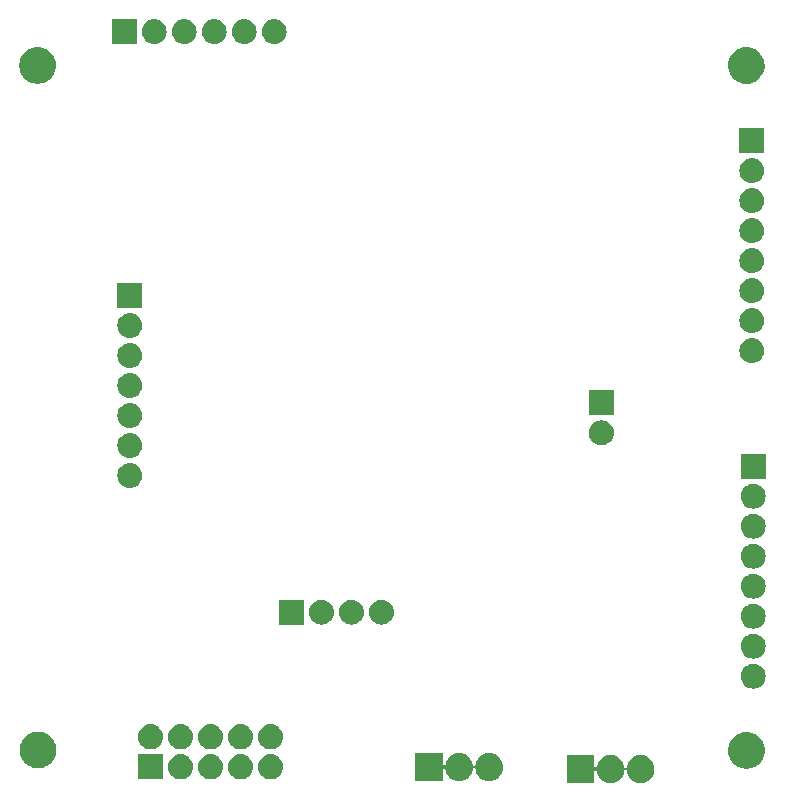
<source format=gbs>
G04 #@! TF.GenerationSoftware,KiCad,Pcbnew,5.0.2-bee76a0~70~ubuntu18.10.1*
G04 #@! TF.CreationDate,2019-07-02T09:20:29-04:00*
G04 #@! TF.ProjectId,Bonaire,426f6e61-6972-4652-9e6b-696361645f70,rev?*
G04 #@! TF.SameCoordinates,Original*
G04 #@! TF.FileFunction,Soldermask,Bot*
G04 #@! TF.FilePolarity,Negative*
%FSLAX46Y46*%
G04 Gerber Fmt 4.6, Leading zero omitted, Abs format (unit mm)*
G04 Created by KiCad (PCBNEW 5.0.2-bee76a0~70~ubuntu18.10.1) date Tue 02 Jul 2019 09:20:29 AM EDT*
%MOMM*%
%LPD*%
G01*
G04 APERTURE LIST*
%ADD10C,0.100000*%
G04 APERTURE END LIST*
D10*
G36*
X177060928Y-130373676D02*
X177169552Y-130406627D01*
X177278176Y-130439577D01*
X177363846Y-130485369D01*
X177478392Y-130546595D01*
X177536889Y-130594602D01*
X177653887Y-130690619D01*
X177797904Y-130866105D01*
X177904923Y-131066323D01*
X177926009Y-131135836D01*
X177970824Y-131283571D01*
X177973879Y-131314592D01*
X177987500Y-131452884D01*
X177987500Y-131661115D01*
X177982969Y-131707117D01*
X177970824Y-131830428D01*
X177937873Y-131939052D01*
X177904923Y-132047676D01*
X177861070Y-132129718D01*
X177797905Y-132247892D01*
X177785809Y-132262631D01*
X177653881Y-132423387D01*
X177478395Y-132567404D01*
X177278177Y-132674423D01*
X177169552Y-132707374D01*
X177060929Y-132740324D01*
X176835000Y-132762576D01*
X176609072Y-132740324D01*
X176500448Y-132707373D01*
X176391824Y-132674423D01*
X176191606Y-132567404D01*
X176016117Y-132423384D01*
X175884190Y-132262631D01*
X175872095Y-132247893D01*
X175774280Y-132064894D01*
X175765077Y-132047677D01*
X175709565Y-131864676D01*
X175699176Y-131830429D01*
X175689398Y-131731151D01*
X175684617Y-131707117D01*
X175675240Y-131684478D01*
X175661626Y-131664104D01*
X175644299Y-131646777D01*
X175623924Y-131633163D01*
X175601285Y-131623785D01*
X175577252Y-131619005D01*
X175552748Y-131619005D01*
X175528714Y-131623786D01*
X175506075Y-131633163D01*
X175485701Y-131646777D01*
X175468374Y-131664104D01*
X175454760Y-131684479D01*
X175445382Y-131707118D01*
X175440602Y-131731151D01*
X175430824Y-131830428D01*
X175397873Y-131939052D01*
X175364923Y-132047676D01*
X175321070Y-132129718D01*
X175257905Y-132247892D01*
X175245809Y-132262631D01*
X175113881Y-132423387D01*
X174938395Y-132567404D01*
X174738177Y-132674423D01*
X174629552Y-132707374D01*
X174520929Y-132740324D01*
X174295000Y-132762576D01*
X174069072Y-132740324D01*
X173960448Y-132707373D01*
X173851824Y-132674423D01*
X173651606Y-132567404D01*
X173476117Y-132423384D01*
X173344190Y-132262631D01*
X173332095Y-132247893D01*
X173234280Y-132064894D01*
X173225077Y-132047677D01*
X173169565Y-131864676D01*
X173159176Y-131830429D01*
X173156898Y-131807298D01*
X173152117Y-131783265D01*
X173142740Y-131760626D01*
X173129126Y-131740252D01*
X173111799Y-131722925D01*
X173091424Y-131709311D01*
X173068785Y-131699933D01*
X173044752Y-131695153D01*
X173020248Y-131695153D01*
X172996214Y-131699934D01*
X172973575Y-131709311D01*
X172953201Y-131722925D01*
X172935874Y-131740252D01*
X172922260Y-131760627D01*
X172912882Y-131783266D01*
X172907500Y-131819551D01*
X172907500Y-132757000D01*
X170602500Y-132757000D01*
X170602500Y-130357000D01*
X172907500Y-130357000D01*
X172907500Y-131294450D01*
X172909902Y-131318836D01*
X172917015Y-131342285D01*
X172928566Y-131363896D01*
X172944112Y-131382838D01*
X172963054Y-131398384D01*
X172984665Y-131409935D01*
X173008114Y-131417048D01*
X173032500Y-131419450D01*
X173056886Y-131417048D01*
X173080335Y-131409935D01*
X173101946Y-131398384D01*
X173120888Y-131382838D01*
X173136434Y-131363896D01*
X173147985Y-131342285D01*
X173156898Y-131306702D01*
X173159176Y-131283573D01*
X173159177Y-131283571D01*
X173207672Y-131123702D01*
X173225077Y-131066324D01*
X173332094Y-130866110D01*
X173332095Y-130866108D01*
X173380102Y-130807611D01*
X173476119Y-130690613D01*
X173651605Y-130546596D01*
X173851823Y-130439577D01*
X173960447Y-130406627D01*
X174069071Y-130373676D01*
X174295000Y-130351424D01*
X174520928Y-130373676D01*
X174629552Y-130406627D01*
X174738176Y-130439577D01*
X174823846Y-130485369D01*
X174938392Y-130546595D01*
X174996889Y-130594602D01*
X175113887Y-130690619D01*
X175257904Y-130866105D01*
X175364923Y-131066323D01*
X175386009Y-131135836D01*
X175430824Y-131283571D01*
X175433879Y-131314592D01*
X175440602Y-131382849D01*
X175445383Y-131406883D01*
X175454760Y-131429522D01*
X175468374Y-131449896D01*
X175485701Y-131467223D01*
X175506076Y-131480837D01*
X175528715Y-131490215D01*
X175552748Y-131494995D01*
X175577252Y-131494995D01*
X175601286Y-131490214D01*
X175623925Y-131480837D01*
X175644299Y-131467223D01*
X175661626Y-131449896D01*
X175675240Y-131429521D01*
X175684618Y-131406882D01*
X175689398Y-131382849D01*
X175696847Y-131307215D01*
X175699176Y-131283572D01*
X175747672Y-131123702D01*
X175765077Y-131066324D01*
X175872094Y-130866110D01*
X175872095Y-130866108D01*
X175920102Y-130807611D01*
X176016119Y-130690613D01*
X176191605Y-130546596D01*
X176391823Y-130439577D01*
X176500447Y-130406627D01*
X176609071Y-130373676D01*
X176835000Y-130351424D01*
X177060928Y-130373676D01*
X177060928Y-130373676D01*
G37*
G36*
X164243928Y-130190676D02*
X164352552Y-130223627D01*
X164461176Y-130256577D01*
X164561871Y-130310400D01*
X164661392Y-130363595D01*
X164689432Y-130386607D01*
X164836887Y-130507619D01*
X164980904Y-130683105D01*
X165087923Y-130883323D01*
X165114237Y-130970071D01*
X165143436Y-131066325D01*
X165153824Y-131100572D01*
X165170500Y-131269884D01*
X165170500Y-131478115D01*
X165165969Y-131524117D01*
X165153824Y-131647428D01*
X165135717Y-131707118D01*
X165087923Y-131864676D01*
X165032821Y-131967764D01*
X164980905Y-132064892D01*
X164980904Y-132064893D01*
X164836881Y-132240387D01*
X164661395Y-132384404D01*
X164461177Y-132491423D01*
X164352552Y-132524374D01*
X164243929Y-132557324D01*
X164018000Y-132579576D01*
X163792072Y-132557324D01*
X163683449Y-132524374D01*
X163574824Y-132491423D01*
X163374606Y-132384404D01*
X163199117Y-132240384D01*
X163055096Y-132064894D01*
X163055095Y-132064892D01*
X163003178Y-131967763D01*
X162948077Y-131864677D01*
X162915127Y-131756053D01*
X162882176Y-131647429D01*
X162872398Y-131548151D01*
X162867617Y-131524117D01*
X162858240Y-131501478D01*
X162844626Y-131481104D01*
X162827299Y-131463777D01*
X162806924Y-131450163D01*
X162784285Y-131440785D01*
X162760252Y-131436005D01*
X162735748Y-131436005D01*
X162711714Y-131440786D01*
X162689075Y-131450163D01*
X162668701Y-131463777D01*
X162651374Y-131481104D01*
X162637760Y-131501479D01*
X162628382Y-131524118D01*
X162623602Y-131548151D01*
X162613824Y-131647428D01*
X162595717Y-131707118D01*
X162547923Y-131864676D01*
X162492821Y-131967764D01*
X162440905Y-132064892D01*
X162440904Y-132064893D01*
X162296881Y-132240387D01*
X162121395Y-132384404D01*
X161921177Y-132491423D01*
X161812552Y-132524374D01*
X161703929Y-132557324D01*
X161478000Y-132579576D01*
X161252072Y-132557324D01*
X161143449Y-132524374D01*
X161034824Y-132491423D01*
X160834606Y-132384404D01*
X160659117Y-132240384D01*
X160515096Y-132064894D01*
X160515095Y-132064892D01*
X160463178Y-131967763D01*
X160408077Y-131864677D01*
X160375127Y-131756053D01*
X160342176Y-131647429D01*
X160339898Y-131624298D01*
X160335117Y-131600265D01*
X160325740Y-131577626D01*
X160312126Y-131557252D01*
X160294799Y-131539925D01*
X160274424Y-131526311D01*
X160251785Y-131516933D01*
X160227752Y-131512153D01*
X160203248Y-131512153D01*
X160179214Y-131516934D01*
X160156575Y-131526311D01*
X160136201Y-131539925D01*
X160118874Y-131557252D01*
X160105260Y-131577627D01*
X160095882Y-131600266D01*
X160090500Y-131636551D01*
X160090500Y-132574000D01*
X157785500Y-132574000D01*
X157785500Y-130174000D01*
X160090500Y-130174000D01*
X160090500Y-131111450D01*
X160092902Y-131135836D01*
X160100015Y-131159285D01*
X160111566Y-131180896D01*
X160127112Y-131199838D01*
X160146054Y-131215384D01*
X160167665Y-131226935D01*
X160191114Y-131234048D01*
X160215500Y-131236450D01*
X160239886Y-131234048D01*
X160263335Y-131226935D01*
X160284946Y-131215384D01*
X160303888Y-131199838D01*
X160319434Y-131180896D01*
X160330985Y-131159285D01*
X160339898Y-131123702D01*
X160342176Y-131100573D01*
X160342177Y-131100571D01*
X160408077Y-130883325D01*
X160408077Y-130883324D01*
X160515094Y-130683110D01*
X160515095Y-130683108D01*
X160568296Y-130618282D01*
X160659119Y-130507613D01*
X160834605Y-130363596D01*
X161034823Y-130256577D01*
X161143448Y-130223626D01*
X161252071Y-130190676D01*
X161478000Y-130168424D01*
X161703928Y-130190676D01*
X161812552Y-130223627D01*
X161921176Y-130256577D01*
X162021871Y-130310400D01*
X162121392Y-130363595D01*
X162149432Y-130386607D01*
X162296887Y-130507619D01*
X162440904Y-130683105D01*
X162547923Y-130883323D01*
X162574237Y-130970071D01*
X162603436Y-131066325D01*
X162613824Y-131100572D01*
X162623602Y-131199849D01*
X162628383Y-131223883D01*
X162637760Y-131246522D01*
X162651374Y-131266896D01*
X162668701Y-131284223D01*
X162689076Y-131297837D01*
X162711715Y-131307215D01*
X162735748Y-131311995D01*
X162760252Y-131311995D01*
X162784286Y-131307214D01*
X162806925Y-131297837D01*
X162827299Y-131284223D01*
X162844626Y-131266896D01*
X162858240Y-131246521D01*
X162867618Y-131223882D01*
X162872398Y-131199849D01*
X162882176Y-131100573D01*
X162882177Y-131100571D01*
X162948077Y-130883325D01*
X162948077Y-130883324D01*
X163055094Y-130683110D01*
X163055095Y-130683108D01*
X163108296Y-130618282D01*
X163199119Y-130507613D01*
X163374605Y-130363596D01*
X163574823Y-130256577D01*
X163683448Y-130223626D01*
X163792071Y-130190676D01*
X164018000Y-130168424D01*
X164243928Y-130190676D01*
X164243928Y-130190676D01*
G37*
G36*
X138100503Y-130325789D02*
X138300991Y-130386607D01*
X138485764Y-130485369D01*
X138647718Y-130618282D01*
X138780631Y-130780236D01*
X138879393Y-130965009D01*
X138940211Y-131165497D01*
X138960746Y-131374000D01*
X138940211Y-131582503D01*
X138879393Y-131782991D01*
X138780631Y-131967764D01*
X138647718Y-132129718D01*
X138485764Y-132262631D01*
X138300991Y-132361393D01*
X138100503Y-132422211D01*
X137944251Y-132437600D01*
X137839749Y-132437600D01*
X137683497Y-132422211D01*
X137483009Y-132361393D01*
X137298236Y-132262631D01*
X137136282Y-132129718D01*
X137003369Y-131967764D01*
X136904607Y-131782991D01*
X136843789Y-131582503D01*
X136823254Y-131374000D01*
X136843789Y-131165497D01*
X136904607Y-130965009D01*
X137003369Y-130780236D01*
X137136282Y-130618282D01*
X137298236Y-130485369D01*
X137483009Y-130386607D01*
X137683497Y-130325789D01*
X137839749Y-130310400D01*
X137944251Y-130310400D01*
X138100503Y-130325789D01*
X138100503Y-130325789D01*
G37*
G36*
X136415600Y-132437600D02*
X134288400Y-132437600D01*
X134288400Y-130310400D01*
X136415600Y-130310400D01*
X136415600Y-132437600D01*
X136415600Y-132437600D01*
G37*
G36*
X140640503Y-130325789D02*
X140840991Y-130386607D01*
X141025764Y-130485369D01*
X141187718Y-130618282D01*
X141320631Y-130780236D01*
X141419393Y-130965009D01*
X141480211Y-131165497D01*
X141500746Y-131374000D01*
X141480211Y-131582503D01*
X141419393Y-131782991D01*
X141320631Y-131967764D01*
X141187718Y-132129718D01*
X141025764Y-132262631D01*
X140840991Y-132361393D01*
X140640503Y-132422211D01*
X140484251Y-132437600D01*
X140379749Y-132437600D01*
X140223497Y-132422211D01*
X140023009Y-132361393D01*
X139838236Y-132262631D01*
X139676282Y-132129718D01*
X139543369Y-131967764D01*
X139444607Y-131782991D01*
X139383789Y-131582503D01*
X139363254Y-131374000D01*
X139383789Y-131165497D01*
X139444607Y-130965009D01*
X139543369Y-130780236D01*
X139676282Y-130618282D01*
X139838236Y-130485369D01*
X140023009Y-130386607D01*
X140223497Y-130325789D01*
X140379749Y-130310400D01*
X140484251Y-130310400D01*
X140640503Y-130325789D01*
X140640503Y-130325789D01*
G37*
G36*
X143180503Y-130325789D02*
X143380991Y-130386607D01*
X143565764Y-130485369D01*
X143727718Y-130618282D01*
X143860631Y-130780236D01*
X143959393Y-130965009D01*
X144020211Y-131165497D01*
X144040746Y-131374000D01*
X144020211Y-131582503D01*
X143959393Y-131782991D01*
X143860631Y-131967764D01*
X143727718Y-132129718D01*
X143565764Y-132262631D01*
X143380991Y-132361393D01*
X143180503Y-132422211D01*
X143024251Y-132437600D01*
X142919749Y-132437600D01*
X142763497Y-132422211D01*
X142563009Y-132361393D01*
X142378236Y-132262631D01*
X142216282Y-132129718D01*
X142083369Y-131967764D01*
X141984607Y-131782991D01*
X141923789Y-131582503D01*
X141903254Y-131374000D01*
X141923789Y-131165497D01*
X141984607Y-130965009D01*
X142083369Y-130780236D01*
X142216282Y-130618282D01*
X142378236Y-130485369D01*
X142563009Y-130386607D01*
X142763497Y-130325789D01*
X142919749Y-130310400D01*
X143024251Y-130310400D01*
X143180503Y-130325789D01*
X143180503Y-130325789D01*
G37*
G36*
X145720503Y-130325789D02*
X145920991Y-130386607D01*
X146105764Y-130485369D01*
X146267718Y-130618282D01*
X146400631Y-130780236D01*
X146499393Y-130965009D01*
X146560211Y-131165497D01*
X146580746Y-131374000D01*
X146560211Y-131582503D01*
X146499393Y-131782991D01*
X146400631Y-131967764D01*
X146267718Y-132129718D01*
X146105764Y-132262631D01*
X145920991Y-132361393D01*
X145720503Y-132422211D01*
X145564251Y-132437600D01*
X145459749Y-132437600D01*
X145303497Y-132422211D01*
X145103009Y-132361393D01*
X144918236Y-132262631D01*
X144756282Y-132129718D01*
X144623369Y-131967764D01*
X144524607Y-131782991D01*
X144463789Y-131582503D01*
X144443254Y-131374000D01*
X144463789Y-131165497D01*
X144524607Y-130965009D01*
X144623369Y-130780236D01*
X144756282Y-130618282D01*
X144918236Y-130485369D01*
X145103009Y-130386607D01*
X145303497Y-130325789D01*
X145459749Y-130310400D01*
X145564251Y-130310400D01*
X145720503Y-130325789D01*
X145720503Y-130325789D01*
G37*
G36*
X186046995Y-128450565D02*
X186253118Y-128491565D01*
X186436218Y-128567408D01*
X186535201Y-128608408D01*
X186789071Y-128778038D01*
X187004962Y-128993929D01*
X187174592Y-129247799D01*
X187174592Y-129247800D01*
X187291435Y-129529882D01*
X187291435Y-129529884D01*
X187351000Y-129829337D01*
X187351000Y-130134663D01*
X187343175Y-130174000D01*
X187291435Y-130434118D01*
X187215151Y-130618282D01*
X187174592Y-130716201D01*
X187004962Y-130970071D01*
X186789071Y-131185962D01*
X186535201Y-131355592D01*
X186441173Y-131394540D01*
X186253118Y-131472435D01*
X186053481Y-131512145D01*
X185953663Y-131532000D01*
X185648337Y-131532000D01*
X185548519Y-131512145D01*
X185348882Y-131472435D01*
X185160827Y-131394540D01*
X185066799Y-131355592D01*
X184812929Y-131185962D01*
X184597038Y-130970071D01*
X184427408Y-130716201D01*
X184386849Y-130618282D01*
X184310565Y-130434118D01*
X184258825Y-130174000D01*
X184251000Y-130134663D01*
X184251000Y-129829337D01*
X184310565Y-129529884D01*
X184310565Y-129529882D01*
X184427408Y-129247800D01*
X184427408Y-129247799D01*
X184597038Y-128993929D01*
X184812929Y-128778038D01*
X185066799Y-128608408D01*
X185165782Y-128567408D01*
X185348882Y-128491565D01*
X185555005Y-128450565D01*
X185648337Y-128432000D01*
X185953663Y-128432000D01*
X186046995Y-128450565D01*
X186046995Y-128450565D01*
G37*
G36*
X126079481Y-128410855D02*
X126279118Y-128450565D01*
X126467173Y-128528460D01*
X126561201Y-128567408D01*
X126815071Y-128737038D01*
X127030962Y-128952929D01*
X127200592Y-129206799D01*
X127217575Y-129247800D01*
X127317435Y-129488882D01*
X127337492Y-129589718D01*
X127377000Y-129788337D01*
X127377000Y-130093663D01*
X127362129Y-130168424D01*
X127317435Y-130393118D01*
X127253863Y-130546594D01*
X127200592Y-130675201D01*
X127030962Y-130929071D01*
X126815071Y-131144962D01*
X126561201Y-131314592D01*
X126494344Y-131342285D01*
X126279118Y-131431435D01*
X126116522Y-131463777D01*
X125979663Y-131491000D01*
X125674337Y-131491000D01*
X125537478Y-131463777D01*
X125374882Y-131431435D01*
X125159656Y-131342285D01*
X125092799Y-131314592D01*
X124838929Y-131144962D01*
X124623038Y-130929071D01*
X124453408Y-130675201D01*
X124400137Y-130546594D01*
X124336565Y-130393118D01*
X124291871Y-130168424D01*
X124277000Y-130093663D01*
X124277000Y-129788337D01*
X124316508Y-129589718D01*
X124336565Y-129488882D01*
X124436425Y-129247800D01*
X124453408Y-129206799D01*
X124623038Y-128952929D01*
X124838929Y-128737038D01*
X125092799Y-128567408D01*
X125186827Y-128528460D01*
X125374882Y-128450565D01*
X125574519Y-128410855D01*
X125674337Y-128391000D01*
X125979663Y-128391000D01*
X126079481Y-128410855D01*
X126079481Y-128410855D01*
G37*
G36*
X143180503Y-127785789D02*
X143380991Y-127846607D01*
X143565764Y-127945369D01*
X143727718Y-128078282D01*
X143860631Y-128240236D01*
X143959393Y-128425009D01*
X144020211Y-128625497D01*
X144040746Y-128834000D01*
X144020211Y-129042503D01*
X143959393Y-129242991D01*
X143860631Y-129427764D01*
X143727718Y-129589718D01*
X143565764Y-129722631D01*
X143380991Y-129821393D01*
X143180503Y-129882211D01*
X143024251Y-129897600D01*
X142919749Y-129897600D01*
X142763497Y-129882211D01*
X142563009Y-129821393D01*
X142378236Y-129722631D01*
X142216282Y-129589718D01*
X142083369Y-129427764D01*
X141984607Y-129242991D01*
X141923789Y-129042503D01*
X141903254Y-128834000D01*
X141923789Y-128625497D01*
X141984607Y-128425009D01*
X142083369Y-128240236D01*
X142216282Y-128078282D01*
X142378236Y-127945369D01*
X142563009Y-127846607D01*
X142763497Y-127785789D01*
X142919749Y-127770400D01*
X143024251Y-127770400D01*
X143180503Y-127785789D01*
X143180503Y-127785789D01*
G37*
G36*
X140640503Y-127785789D02*
X140840991Y-127846607D01*
X141025764Y-127945369D01*
X141187718Y-128078282D01*
X141320631Y-128240236D01*
X141419393Y-128425009D01*
X141480211Y-128625497D01*
X141500746Y-128834000D01*
X141480211Y-129042503D01*
X141419393Y-129242991D01*
X141320631Y-129427764D01*
X141187718Y-129589718D01*
X141025764Y-129722631D01*
X140840991Y-129821393D01*
X140640503Y-129882211D01*
X140484251Y-129897600D01*
X140379749Y-129897600D01*
X140223497Y-129882211D01*
X140023009Y-129821393D01*
X139838236Y-129722631D01*
X139676282Y-129589718D01*
X139543369Y-129427764D01*
X139444607Y-129242991D01*
X139383789Y-129042503D01*
X139363254Y-128834000D01*
X139383789Y-128625497D01*
X139444607Y-128425009D01*
X139543369Y-128240236D01*
X139676282Y-128078282D01*
X139838236Y-127945369D01*
X140023009Y-127846607D01*
X140223497Y-127785789D01*
X140379749Y-127770400D01*
X140484251Y-127770400D01*
X140640503Y-127785789D01*
X140640503Y-127785789D01*
G37*
G36*
X145720503Y-127785789D02*
X145920991Y-127846607D01*
X146105764Y-127945369D01*
X146267718Y-128078282D01*
X146400631Y-128240236D01*
X146499393Y-128425009D01*
X146560211Y-128625497D01*
X146580746Y-128834000D01*
X146560211Y-129042503D01*
X146499393Y-129242991D01*
X146400631Y-129427764D01*
X146267718Y-129589718D01*
X146105764Y-129722631D01*
X145920991Y-129821393D01*
X145720503Y-129882211D01*
X145564251Y-129897600D01*
X145459749Y-129897600D01*
X145303497Y-129882211D01*
X145103009Y-129821393D01*
X144918236Y-129722631D01*
X144756282Y-129589718D01*
X144623369Y-129427764D01*
X144524607Y-129242991D01*
X144463789Y-129042503D01*
X144443254Y-128834000D01*
X144463789Y-128625497D01*
X144524607Y-128425009D01*
X144623369Y-128240236D01*
X144756282Y-128078282D01*
X144918236Y-127945369D01*
X145103009Y-127846607D01*
X145303497Y-127785789D01*
X145459749Y-127770400D01*
X145564251Y-127770400D01*
X145720503Y-127785789D01*
X145720503Y-127785789D01*
G37*
G36*
X138100503Y-127785789D02*
X138300991Y-127846607D01*
X138485764Y-127945369D01*
X138647718Y-128078282D01*
X138780631Y-128240236D01*
X138879393Y-128425009D01*
X138940211Y-128625497D01*
X138960746Y-128834000D01*
X138940211Y-129042503D01*
X138879393Y-129242991D01*
X138780631Y-129427764D01*
X138647718Y-129589718D01*
X138485764Y-129722631D01*
X138300991Y-129821393D01*
X138100503Y-129882211D01*
X137944251Y-129897600D01*
X137839749Y-129897600D01*
X137683497Y-129882211D01*
X137483009Y-129821393D01*
X137298236Y-129722631D01*
X137136282Y-129589718D01*
X137003369Y-129427764D01*
X136904607Y-129242991D01*
X136843789Y-129042503D01*
X136823254Y-128834000D01*
X136843789Y-128625497D01*
X136904607Y-128425009D01*
X137003369Y-128240236D01*
X137136282Y-128078282D01*
X137298236Y-127945369D01*
X137483009Y-127846607D01*
X137683497Y-127785789D01*
X137839749Y-127770400D01*
X137944251Y-127770400D01*
X138100503Y-127785789D01*
X138100503Y-127785789D01*
G37*
G36*
X135560503Y-127785789D02*
X135760991Y-127846607D01*
X135945764Y-127945369D01*
X136107718Y-128078282D01*
X136240631Y-128240236D01*
X136339393Y-128425009D01*
X136400211Y-128625497D01*
X136420746Y-128834000D01*
X136400211Y-129042503D01*
X136339393Y-129242991D01*
X136240631Y-129427764D01*
X136107718Y-129589718D01*
X135945764Y-129722631D01*
X135760991Y-129821393D01*
X135560503Y-129882211D01*
X135404251Y-129897600D01*
X135299749Y-129897600D01*
X135143497Y-129882211D01*
X134943009Y-129821393D01*
X134758236Y-129722631D01*
X134596282Y-129589718D01*
X134463369Y-129427764D01*
X134364607Y-129242991D01*
X134303789Y-129042503D01*
X134283254Y-128834000D01*
X134303789Y-128625497D01*
X134364607Y-128425009D01*
X134463369Y-128240236D01*
X134596282Y-128078282D01*
X134758236Y-127945369D01*
X134943009Y-127846607D01*
X135143497Y-127785789D01*
X135299749Y-127770400D01*
X135404251Y-127770400D01*
X135560503Y-127785789D01*
X135560503Y-127785789D01*
G37*
G36*
X186513707Y-122650597D02*
X186590836Y-122658193D01*
X186722787Y-122698220D01*
X186788763Y-122718233D01*
X186971172Y-122815733D01*
X187131054Y-122946946D01*
X187262267Y-123106828D01*
X187359767Y-123289237D01*
X187359767Y-123289238D01*
X187419807Y-123487164D01*
X187440080Y-123693000D01*
X187419807Y-123898836D01*
X187379780Y-124030787D01*
X187359767Y-124096763D01*
X187262267Y-124279172D01*
X187131054Y-124439054D01*
X186971172Y-124570267D01*
X186788763Y-124667767D01*
X186722787Y-124687780D01*
X186590836Y-124727807D01*
X186513707Y-124735404D01*
X186436580Y-124743000D01*
X186333420Y-124743000D01*
X186256293Y-124735404D01*
X186179164Y-124727807D01*
X186047213Y-124687780D01*
X185981237Y-124667767D01*
X185798828Y-124570267D01*
X185638946Y-124439054D01*
X185507733Y-124279172D01*
X185410233Y-124096763D01*
X185390220Y-124030787D01*
X185350193Y-123898836D01*
X185329920Y-123693000D01*
X185350193Y-123487164D01*
X185410233Y-123289238D01*
X185410233Y-123289237D01*
X185507733Y-123106828D01*
X185638946Y-122946946D01*
X185798828Y-122815733D01*
X185981237Y-122718233D01*
X186047213Y-122698220D01*
X186179164Y-122658193D01*
X186256293Y-122650597D01*
X186333420Y-122643000D01*
X186436580Y-122643000D01*
X186513707Y-122650597D01*
X186513707Y-122650597D01*
G37*
G36*
X186513707Y-120110596D02*
X186590836Y-120118193D01*
X186722787Y-120158220D01*
X186788763Y-120178233D01*
X186971172Y-120275733D01*
X187131054Y-120406946D01*
X187262267Y-120566828D01*
X187359767Y-120749237D01*
X187359767Y-120749238D01*
X187419807Y-120947164D01*
X187440080Y-121153000D01*
X187419807Y-121358836D01*
X187379780Y-121490787D01*
X187359767Y-121556763D01*
X187262267Y-121739172D01*
X187131054Y-121899054D01*
X186971172Y-122030267D01*
X186788763Y-122127767D01*
X186722787Y-122147780D01*
X186590836Y-122187807D01*
X186513707Y-122195404D01*
X186436580Y-122203000D01*
X186333420Y-122203000D01*
X186256293Y-122195404D01*
X186179164Y-122187807D01*
X186047213Y-122147780D01*
X185981237Y-122127767D01*
X185798828Y-122030267D01*
X185638946Y-121899054D01*
X185507733Y-121739172D01*
X185410233Y-121556763D01*
X185390220Y-121490787D01*
X185350193Y-121358836D01*
X185329920Y-121153000D01*
X185350193Y-120947164D01*
X185410233Y-120749238D01*
X185410233Y-120749237D01*
X185507733Y-120566828D01*
X185638946Y-120406946D01*
X185798828Y-120275733D01*
X185981237Y-120178233D01*
X186047213Y-120158220D01*
X186179164Y-120118193D01*
X186256293Y-120110596D01*
X186333420Y-120103000D01*
X186436580Y-120103000D01*
X186513707Y-120110596D01*
X186513707Y-120110596D01*
G37*
G36*
X186513707Y-117570596D02*
X186590836Y-117578193D01*
X186722787Y-117618220D01*
X186788763Y-117638233D01*
X186971172Y-117735733D01*
X187131054Y-117866946D01*
X187262267Y-118026828D01*
X187359767Y-118209237D01*
X187359767Y-118209238D01*
X187419807Y-118407164D01*
X187440080Y-118613000D01*
X187419807Y-118818836D01*
X187407571Y-118859172D01*
X187359767Y-119016763D01*
X187262267Y-119199172D01*
X187131054Y-119359054D01*
X186971172Y-119490267D01*
X186788763Y-119587767D01*
X186722787Y-119607780D01*
X186590836Y-119647807D01*
X186513707Y-119655404D01*
X186436580Y-119663000D01*
X186333420Y-119663000D01*
X186256293Y-119655404D01*
X186179164Y-119647807D01*
X186047213Y-119607780D01*
X185981237Y-119587767D01*
X185798828Y-119490267D01*
X185638946Y-119359054D01*
X185507733Y-119199172D01*
X185410233Y-119016763D01*
X185362429Y-118859172D01*
X185350193Y-118818836D01*
X185329920Y-118613000D01*
X185350193Y-118407164D01*
X185410233Y-118209238D01*
X185410233Y-118209237D01*
X185507733Y-118026828D01*
X185638946Y-117866946D01*
X185798828Y-117735733D01*
X185981237Y-117638233D01*
X186047213Y-117618220D01*
X186179164Y-117578193D01*
X186256293Y-117570596D01*
X186333420Y-117563000D01*
X186436580Y-117563000D01*
X186513707Y-117570596D01*
X186513707Y-117570596D01*
G37*
G36*
X149947707Y-117230597D02*
X150024836Y-117238193D01*
X150156787Y-117278220D01*
X150222763Y-117298233D01*
X150405172Y-117395733D01*
X150565054Y-117526946D01*
X150696267Y-117686828D01*
X150793767Y-117869237D01*
X150793767Y-117869238D01*
X150853807Y-118067164D01*
X150874080Y-118273000D01*
X150853807Y-118478836D01*
X150813780Y-118610787D01*
X150793767Y-118676763D01*
X150696267Y-118859172D01*
X150565054Y-119019054D01*
X150405172Y-119150267D01*
X150222763Y-119247767D01*
X150156787Y-119267780D01*
X150024836Y-119307807D01*
X149947707Y-119315404D01*
X149870580Y-119323000D01*
X149767420Y-119323000D01*
X149690293Y-119315404D01*
X149613164Y-119307807D01*
X149481213Y-119267780D01*
X149415237Y-119247767D01*
X149232828Y-119150267D01*
X149072946Y-119019054D01*
X148941733Y-118859172D01*
X148844233Y-118676763D01*
X148824220Y-118610787D01*
X148784193Y-118478836D01*
X148763920Y-118273000D01*
X148784193Y-118067164D01*
X148844233Y-117869238D01*
X148844233Y-117869237D01*
X148941733Y-117686828D01*
X149072946Y-117526946D01*
X149232828Y-117395733D01*
X149415237Y-117298233D01*
X149481213Y-117278220D01*
X149613164Y-117238193D01*
X149690293Y-117230597D01*
X149767420Y-117223000D01*
X149870580Y-117223000D01*
X149947707Y-117230597D01*
X149947707Y-117230597D01*
G37*
G36*
X152487707Y-117230597D02*
X152564836Y-117238193D01*
X152696787Y-117278220D01*
X152762763Y-117298233D01*
X152945172Y-117395733D01*
X153105054Y-117526946D01*
X153236267Y-117686828D01*
X153333767Y-117869237D01*
X153333767Y-117869238D01*
X153393807Y-118067164D01*
X153414080Y-118273000D01*
X153393807Y-118478836D01*
X153353780Y-118610787D01*
X153333767Y-118676763D01*
X153236267Y-118859172D01*
X153105054Y-119019054D01*
X152945172Y-119150267D01*
X152762763Y-119247767D01*
X152696787Y-119267780D01*
X152564836Y-119307807D01*
X152487707Y-119315404D01*
X152410580Y-119323000D01*
X152307420Y-119323000D01*
X152230293Y-119315404D01*
X152153164Y-119307807D01*
X152021213Y-119267780D01*
X151955237Y-119247767D01*
X151772828Y-119150267D01*
X151612946Y-119019054D01*
X151481733Y-118859172D01*
X151384233Y-118676763D01*
X151364220Y-118610787D01*
X151324193Y-118478836D01*
X151303920Y-118273000D01*
X151324193Y-118067164D01*
X151384233Y-117869238D01*
X151384233Y-117869237D01*
X151481733Y-117686828D01*
X151612946Y-117526946D01*
X151772828Y-117395733D01*
X151955237Y-117298233D01*
X152021213Y-117278220D01*
X152153164Y-117238193D01*
X152230293Y-117230597D01*
X152307420Y-117223000D01*
X152410580Y-117223000D01*
X152487707Y-117230597D01*
X152487707Y-117230597D01*
G37*
G36*
X155027707Y-117230597D02*
X155104836Y-117238193D01*
X155236787Y-117278220D01*
X155302763Y-117298233D01*
X155485172Y-117395733D01*
X155645054Y-117526946D01*
X155776267Y-117686828D01*
X155873767Y-117869237D01*
X155873767Y-117869238D01*
X155933807Y-118067164D01*
X155954080Y-118273000D01*
X155933807Y-118478836D01*
X155893780Y-118610787D01*
X155873767Y-118676763D01*
X155776267Y-118859172D01*
X155645054Y-119019054D01*
X155485172Y-119150267D01*
X155302763Y-119247767D01*
X155236787Y-119267780D01*
X155104836Y-119307807D01*
X155027707Y-119315404D01*
X154950580Y-119323000D01*
X154847420Y-119323000D01*
X154770293Y-119315404D01*
X154693164Y-119307807D01*
X154561213Y-119267780D01*
X154495237Y-119247767D01*
X154312828Y-119150267D01*
X154152946Y-119019054D01*
X154021733Y-118859172D01*
X153924233Y-118676763D01*
X153904220Y-118610787D01*
X153864193Y-118478836D01*
X153843920Y-118273000D01*
X153864193Y-118067164D01*
X153924233Y-117869238D01*
X153924233Y-117869237D01*
X154021733Y-117686828D01*
X154152946Y-117526946D01*
X154312828Y-117395733D01*
X154495237Y-117298233D01*
X154561213Y-117278220D01*
X154693164Y-117238193D01*
X154770293Y-117230597D01*
X154847420Y-117223000D01*
X154950580Y-117223000D01*
X155027707Y-117230597D01*
X155027707Y-117230597D01*
G37*
G36*
X148329000Y-119323000D02*
X146229000Y-119323000D01*
X146229000Y-117223000D01*
X148329000Y-117223000D01*
X148329000Y-119323000D01*
X148329000Y-119323000D01*
G37*
G36*
X186513707Y-115030597D02*
X186590836Y-115038193D01*
X186722787Y-115078220D01*
X186788763Y-115098233D01*
X186971172Y-115195733D01*
X187131054Y-115326946D01*
X187262267Y-115486828D01*
X187359767Y-115669237D01*
X187359767Y-115669238D01*
X187419807Y-115867164D01*
X187440080Y-116073000D01*
X187419807Y-116278836D01*
X187379780Y-116410787D01*
X187359767Y-116476763D01*
X187262267Y-116659172D01*
X187131054Y-116819054D01*
X186971172Y-116950267D01*
X186788763Y-117047767D01*
X186722787Y-117067780D01*
X186590836Y-117107807D01*
X186513707Y-117115404D01*
X186436580Y-117123000D01*
X186333420Y-117123000D01*
X186256293Y-117115404D01*
X186179164Y-117107807D01*
X186047213Y-117067780D01*
X185981237Y-117047767D01*
X185798828Y-116950267D01*
X185638946Y-116819054D01*
X185507733Y-116659172D01*
X185410233Y-116476763D01*
X185390220Y-116410787D01*
X185350193Y-116278836D01*
X185329920Y-116073000D01*
X185350193Y-115867164D01*
X185410233Y-115669238D01*
X185410233Y-115669237D01*
X185507733Y-115486828D01*
X185638946Y-115326946D01*
X185798828Y-115195733D01*
X185981237Y-115098233D01*
X186047213Y-115078220D01*
X186179164Y-115038193D01*
X186256293Y-115030597D01*
X186333420Y-115023000D01*
X186436580Y-115023000D01*
X186513707Y-115030597D01*
X186513707Y-115030597D01*
G37*
G36*
X186513707Y-112490597D02*
X186590836Y-112498193D01*
X186722787Y-112538220D01*
X186788763Y-112558233D01*
X186971172Y-112655733D01*
X187131054Y-112786946D01*
X187262267Y-112946828D01*
X187359767Y-113129237D01*
X187359767Y-113129238D01*
X187419807Y-113327164D01*
X187440080Y-113533000D01*
X187419807Y-113738836D01*
X187379780Y-113870787D01*
X187359767Y-113936763D01*
X187262267Y-114119172D01*
X187131054Y-114279054D01*
X186971172Y-114410267D01*
X186788763Y-114507767D01*
X186722787Y-114527780D01*
X186590836Y-114567807D01*
X186513707Y-114575404D01*
X186436580Y-114583000D01*
X186333420Y-114583000D01*
X186256293Y-114575404D01*
X186179164Y-114567807D01*
X186047213Y-114527780D01*
X185981237Y-114507767D01*
X185798828Y-114410267D01*
X185638946Y-114279054D01*
X185507733Y-114119172D01*
X185410233Y-113936763D01*
X185390220Y-113870787D01*
X185350193Y-113738836D01*
X185329920Y-113533000D01*
X185350193Y-113327164D01*
X185410233Y-113129238D01*
X185410233Y-113129237D01*
X185507733Y-112946828D01*
X185638946Y-112786946D01*
X185798828Y-112655733D01*
X185981237Y-112558233D01*
X186047213Y-112538220D01*
X186179164Y-112498193D01*
X186256293Y-112490597D01*
X186333420Y-112483000D01*
X186436580Y-112483000D01*
X186513707Y-112490597D01*
X186513707Y-112490597D01*
G37*
G36*
X186513707Y-109950596D02*
X186590836Y-109958193D01*
X186722787Y-109998220D01*
X186788763Y-110018233D01*
X186971172Y-110115733D01*
X187131054Y-110246946D01*
X187262267Y-110406828D01*
X187359767Y-110589237D01*
X187359767Y-110589238D01*
X187419807Y-110787164D01*
X187440080Y-110993000D01*
X187419807Y-111198836D01*
X187379780Y-111330787D01*
X187359767Y-111396763D01*
X187262267Y-111579172D01*
X187131054Y-111739054D01*
X186971172Y-111870267D01*
X186788763Y-111967767D01*
X186722787Y-111987780D01*
X186590836Y-112027807D01*
X186513707Y-112035403D01*
X186436580Y-112043000D01*
X186333420Y-112043000D01*
X186256293Y-112035403D01*
X186179164Y-112027807D01*
X186047213Y-111987780D01*
X185981237Y-111967767D01*
X185798828Y-111870267D01*
X185638946Y-111739054D01*
X185507733Y-111579172D01*
X185410233Y-111396763D01*
X185390220Y-111330787D01*
X185350193Y-111198836D01*
X185329920Y-110993000D01*
X185350193Y-110787164D01*
X185410233Y-110589238D01*
X185410233Y-110589237D01*
X185507733Y-110406828D01*
X185638946Y-110246946D01*
X185798828Y-110115733D01*
X185981237Y-110018233D01*
X186047213Y-109998220D01*
X186179164Y-109958193D01*
X186256293Y-109950596D01*
X186333420Y-109943000D01*
X186436580Y-109943000D01*
X186513707Y-109950596D01*
X186513707Y-109950596D01*
G37*
G36*
X186513707Y-107410596D02*
X186590836Y-107418193D01*
X186722787Y-107458220D01*
X186788763Y-107478233D01*
X186971172Y-107575733D01*
X187131054Y-107706946D01*
X187262267Y-107866828D01*
X187359767Y-108049237D01*
X187359767Y-108049238D01*
X187419807Y-108247164D01*
X187440080Y-108453000D01*
X187419807Y-108658836D01*
X187379780Y-108790787D01*
X187359767Y-108856763D01*
X187262267Y-109039172D01*
X187131054Y-109199054D01*
X186971172Y-109330267D01*
X186788763Y-109427767D01*
X186722787Y-109447780D01*
X186590836Y-109487807D01*
X186513707Y-109495403D01*
X186436580Y-109503000D01*
X186333420Y-109503000D01*
X186256293Y-109495403D01*
X186179164Y-109487807D01*
X186047213Y-109447780D01*
X185981237Y-109427767D01*
X185798828Y-109330267D01*
X185638946Y-109199054D01*
X185507733Y-109039172D01*
X185410233Y-108856763D01*
X185390220Y-108790787D01*
X185350193Y-108658836D01*
X185329920Y-108453000D01*
X185350193Y-108247164D01*
X185410233Y-108049238D01*
X185410233Y-108049237D01*
X185507733Y-107866828D01*
X185638946Y-107706946D01*
X185798828Y-107575733D01*
X185981237Y-107478233D01*
X186047213Y-107458220D01*
X186179164Y-107418193D01*
X186256293Y-107410596D01*
X186333420Y-107403000D01*
X186436580Y-107403000D01*
X186513707Y-107410596D01*
X186513707Y-107410596D01*
G37*
G36*
X133727707Y-105652797D02*
X133804836Y-105660393D01*
X133936787Y-105700420D01*
X134002763Y-105720433D01*
X134185172Y-105817933D01*
X134345054Y-105949146D01*
X134476267Y-106109028D01*
X134573767Y-106291437D01*
X134573767Y-106291438D01*
X134633807Y-106489364D01*
X134654080Y-106695200D01*
X134633807Y-106901036D01*
X134615010Y-106963000D01*
X134573767Y-107098963D01*
X134476267Y-107281372D01*
X134345054Y-107441254D01*
X134185172Y-107572467D01*
X134002763Y-107669967D01*
X133936787Y-107689980D01*
X133804836Y-107730007D01*
X133727707Y-107737603D01*
X133650580Y-107745200D01*
X133547420Y-107745200D01*
X133470293Y-107737603D01*
X133393164Y-107730007D01*
X133261213Y-107689980D01*
X133195237Y-107669967D01*
X133012828Y-107572467D01*
X132852946Y-107441254D01*
X132721733Y-107281372D01*
X132624233Y-107098963D01*
X132582990Y-106963000D01*
X132564193Y-106901036D01*
X132543920Y-106695200D01*
X132564193Y-106489364D01*
X132624233Y-106291438D01*
X132624233Y-106291437D01*
X132721733Y-106109028D01*
X132852946Y-105949146D01*
X133012828Y-105817933D01*
X133195237Y-105720433D01*
X133261213Y-105700420D01*
X133393164Y-105660393D01*
X133470293Y-105652797D01*
X133547420Y-105645200D01*
X133650580Y-105645200D01*
X133727707Y-105652797D01*
X133727707Y-105652797D01*
G37*
G36*
X187435000Y-106963000D02*
X185335000Y-106963000D01*
X185335000Y-104863000D01*
X187435000Y-104863000D01*
X187435000Y-106963000D01*
X187435000Y-106963000D01*
G37*
G36*
X133727707Y-103112796D02*
X133804836Y-103120393D01*
X133936787Y-103160420D01*
X134002763Y-103180433D01*
X134185172Y-103277933D01*
X134345054Y-103409146D01*
X134476267Y-103569028D01*
X134573767Y-103751437D01*
X134573767Y-103751438D01*
X134633807Y-103949364D01*
X134654080Y-104155200D01*
X134633807Y-104361036D01*
X134593780Y-104492987D01*
X134573767Y-104558963D01*
X134476267Y-104741372D01*
X134345054Y-104901254D01*
X134185172Y-105032467D01*
X134002763Y-105129967D01*
X133936787Y-105149980D01*
X133804836Y-105190007D01*
X133727707Y-105197603D01*
X133650580Y-105205200D01*
X133547420Y-105205200D01*
X133470293Y-105197603D01*
X133393164Y-105190007D01*
X133261213Y-105149980D01*
X133195237Y-105129967D01*
X133012828Y-105032467D01*
X132852946Y-104901254D01*
X132721733Y-104741372D01*
X132624233Y-104558963D01*
X132604220Y-104492987D01*
X132564193Y-104361036D01*
X132543920Y-104155200D01*
X132564193Y-103949364D01*
X132624233Y-103751438D01*
X132624233Y-103751437D01*
X132721733Y-103569028D01*
X132852946Y-103409146D01*
X133012828Y-103277933D01*
X133195237Y-103180433D01*
X133261213Y-103160420D01*
X133393164Y-103120393D01*
X133470293Y-103112797D01*
X133547420Y-103105200D01*
X133650580Y-103105200D01*
X133727707Y-103112796D01*
X133727707Y-103112796D01*
G37*
G36*
X173646707Y-102045596D02*
X173723836Y-102053193D01*
X173855787Y-102093220D01*
X173921763Y-102113233D01*
X174104172Y-102210733D01*
X174264054Y-102341946D01*
X174395267Y-102501828D01*
X174492767Y-102684237D01*
X174492767Y-102684238D01*
X174552807Y-102882164D01*
X174573080Y-103088000D01*
X174552807Y-103293836D01*
X174517828Y-103409146D01*
X174492767Y-103491763D01*
X174395267Y-103674172D01*
X174264054Y-103834054D01*
X174104172Y-103965267D01*
X173921763Y-104062767D01*
X173855787Y-104082780D01*
X173723836Y-104122807D01*
X173646707Y-104130403D01*
X173569580Y-104138000D01*
X173466420Y-104138000D01*
X173389293Y-104130403D01*
X173312164Y-104122807D01*
X173180213Y-104082780D01*
X173114237Y-104062767D01*
X172931828Y-103965267D01*
X172771946Y-103834054D01*
X172640733Y-103674172D01*
X172543233Y-103491763D01*
X172518172Y-103409146D01*
X172483193Y-103293836D01*
X172462920Y-103088000D01*
X172483193Y-102882164D01*
X172543233Y-102684238D01*
X172543233Y-102684237D01*
X172640733Y-102501828D01*
X172771946Y-102341946D01*
X172931828Y-102210733D01*
X173114237Y-102113233D01*
X173180213Y-102093220D01*
X173312164Y-102053193D01*
X173389293Y-102045597D01*
X173466420Y-102038000D01*
X173569580Y-102038000D01*
X173646707Y-102045596D01*
X173646707Y-102045596D01*
G37*
G36*
X133727707Y-100572797D02*
X133804836Y-100580393D01*
X133936787Y-100620420D01*
X134002763Y-100640433D01*
X134185172Y-100737933D01*
X134345054Y-100869146D01*
X134476267Y-101029028D01*
X134573767Y-101211437D01*
X134573767Y-101211438D01*
X134633807Y-101409364D01*
X134654080Y-101615200D01*
X134633807Y-101821036D01*
X134593780Y-101952987D01*
X134573767Y-102018963D01*
X134476267Y-102201372D01*
X134345054Y-102361254D01*
X134185172Y-102492467D01*
X134002763Y-102589967D01*
X133936787Y-102609980D01*
X133804836Y-102650007D01*
X133727707Y-102657604D01*
X133650580Y-102665200D01*
X133547420Y-102665200D01*
X133470293Y-102657604D01*
X133393164Y-102650007D01*
X133261213Y-102609980D01*
X133195237Y-102589967D01*
X133012828Y-102492467D01*
X132852946Y-102361254D01*
X132721733Y-102201372D01*
X132624233Y-102018963D01*
X132604220Y-101952987D01*
X132564193Y-101821036D01*
X132543920Y-101615200D01*
X132564193Y-101409364D01*
X132624233Y-101211438D01*
X132624233Y-101211437D01*
X132721733Y-101029028D01*
X132852946Y-100869146D01*
X133012828Y-100737933D01*
X133195237Y-100640433D01*
X133261213Y-100620420D01*
X133393164Y-100580393D01*
X133470293Y-100572797D01*
X133547420Y-100565200D01*
X133650580Y-100565200D01*
X133727707Y-100572797D01*
X133727707Y-100572797D01*
G37*
G36*
X174568000Y-101598000D02*
X172468000Y-101598000D01*
X172468000Y-99498000D01*
X174568000Y-99498000D01*
X174568000Y-101598000D01*
X174568000Y-101598000D01*
G37*
G36*
X133727707Y-98032796D02*
X133804836Y-98040393D01*
X133936787Y-98080420D01*
X134002763Y-98100433D01*
X134185172Y-98197933D01*
X134345054Y-98329146D01*
X134476267Y-98489028D01*
X134573767Y-98671437D01*
X134573767Y-98671438D01*
X134633807Y-98869364D01*
X134654080Y-99075200D01*
X134633807Y-99281036D01*
X134593780Y-99412987D01*
X134573767Y-99478963D01*
X134476267Y-99661372D01*
X134345054Y-99821254D01*
X134185172Y-99952467D01*
X134002763Y-100049967D01*
X133936787Y-100069980D01*
X133804836Y-100110007D01*
X133727707Y-100117603D01*
X133650580Y-100125200D01*
X133547420Y-100125200D01*
X133470293Y-100117603D01*
X133393164Y-100110007D01*
X133261213Y-100069980D01*
X133195237Y-100049967D01*
X133012828Y-99952467D01*
X132852946Y-99821254D01*
X132721733Y-99661372D01*
X132624233Y-99478963D01*
X132604220Y-99412987D01*
X132564193Y-99281036D01*
X132543920Y-99075200D01*
X132564193Y-98869364D01*
X132624233Y-98671438D01*
X132624233Y-98671437D01*
X132721733Y-98489028D01*
X132852946Y-98329146D01*
X133012828Y-98197933D01*
X133195237Y-98100433D01*
X133261213Y-98080420D01*
X133393164Y-98040393D01*
X133470293Y-98032797D01*
X133547420Y-98025200D01*
X133650580Y-98025200D01*
X133727707Y-98032796D01*
X133727707Y-98032796D01*
G37*
G36*
X133727707Y-95492797D02*
X133804836Y-95500393D01*
X133936787Y-95540420D01*
X134002763Y-95560433D01*
X134185172Y-95657933D01*
X134345054Y-95789146D01*
X134476267Y-95949028D01*
X134573767Y-96131437D01*
X134573767Y-96131438D01*
X134633807Y-96329364D01*
X134654080Y-96535200D01*
X134633807Y-96741036D01*
X134593780Y-96872987D01*
X134573767Y-96938963D01*
X134476267Y-97121372D01*
X134345054Y-97281254D01*
X134185172Y-97412467D01*
X134002763Y-97509967D01*
X133936787Y-97529980D01*
X133804836Y-97570007D01*
X133727707Y-97577604D01*
X133650580Y-97585200D01*
X133547420Y-97585200D01*
X133470293Y-97577604D01*
X133393164Y-97570007D01*
X133261213Y-97529980D01*
X133195237Y-97509967D01*
X133012828Y-97412467D01*
X132852946Y-97281254D01*
X132721733Y-97121372D01*
X132624233Y-96938963D01*
X132604220Y-96872987D01*
X132564193Y-96741036D01*
X132543920Y-96535200D01*
X132564193Y-96329364D01*
X132624233Y-96131438D01*
X132624233Y-96131437D01*
X132721733Y-95949028D01*
X132852946Y-95789146D01*
X133012828Y-95657933D01*
X133195237Y-95560433D01*
X133261213Y-95540420D01*
X133393164Y-95500393D01*
X133470293Y-95492797D01*
X133547420Y-95485200D01*
X133650580Y-95485200D01*
X133727707Y-95492797D01*
X133727707Y-95492797D01*
G37*
G36*
X186391707Y-95086397D02*
X186468836Y-95093993D01*
X186600787Y-95134020D01*
X186666763Y-95154033D01*
X186849172Y-95251533D01*
X187009054Y-95382746D01*
X187140267Y-95542628D01*
X187237767Y-95725037D01*
X187237767Y-95725038D01*
X187297807Y-95922964D01*
X187318080Y-96128800D01*
X187297807Y-96334636D01*
X187257780Y-96466587D01*
X187237767Y-96532563D01*
X187140267Y-96714972D01*
X187009054Y-96874854D01*
X186849172Y-97006067D01*
X186666763Y-97103567D01*
X186608070Y-97121371D01*
X186468836Y-97163607D01*
X186391707Y-97171204D01*
X186314580Y-97178800D01*
X186211420Y-97178800D01*
X186134293Y-97171204D01*
X186057164Y-97163607D01*
X185917930Y-97121371D01*
X185859237Y-97103567D01*
X185676828Y-97006067D01*
X185516946Y-96874854D01*
X185385733Y-96714972D01*
X185288233Y-96532563D01*
X185268220Y-96466587D01*
X185228193Y-96334636D01*
X185207920Y-96128800D01*
X185228193Y-95922964D01*
X185288233Y-95725038D01*
X185288233Y-95725037D01*
X185385733Y-95542628D01*
X185516946Y-95382746D01*
X185676828Y-95251533D01*
X185859237Y-95154033D01*
X185925213Y-95134020D01*
X186057164Y-95093993D01*
X186134293Y-95086397D01*
X186211420Y-95078800D01*
X186314580Y-95078800D01*
X186391707Y-95086397D01*
X186391707Y-95086397D01*
G37*
G36*
X133727707Y-92952797D02*
X133804836Y-92960393D01*
X133936787Y-93000420D01*
X134002763Y-93020433D01*
X134185172Y-93117933D01*
X134345054Y-93249146D01*
X134476267Y-93409028D01*
X134573767Y-93591437D01*
X134573767Y-93591438D01*
X134633807Y-93789364D01*
X134654080Y-93995200D01*
X134633807Y-94201036D01*
X134593780Y-94332987D01*
X134573767Y-94398963D01*
X134476267Y-94581372D01*
X134345054Y-94741254D01*
X134185172Y-94872467D01*
X134002763Y-94969967D01*
X133936787Y-94989980D01*
X133804836Y-95030007D01*
X133727707Y-95037603D01*
X133650580Y-95045200D01*
X133547420Y-95045200D01*
X133470293Y-95037604D01*
X133393164Y-95030007D01*
X133261213Y-94989980D01*
X133195237Y-94969967D01*
X133012828Y-94872467D01*
X132852946Y-94741254D01*
X132721733Y-94581372D01*
X132624233Y-94398963D01*
X132604220Y-94332987D01*
X132564193Y-94201036D01*
X132543920Y-93995200D01*
X132564193Y-93789364D01*
X132624233Y-93591438D01*
X132624233Y-93591437D01*
X132721733Y-93409028D01*
X132852946Y-93249146D01*
X133012828Y-93117933D01*
X133195237Y-93020433D01*
X133261213Y-93000420D01*
X133393164Y-92960393D01*
X133470293Y-92952797D01*
X133547420Y-92945200D01*
X133650580Y-92945200D01*
X133727707Y-92952797D01*
X133727707Y-92952797D01*
G37*
G36*
X186391707Y-92546397D02*
X186468836Y-92553993D01*
X186600787Y-92594020D01*
X186666763Y-92614033D01*
X186849172Y-92711533D01*
X187009054Y-92842746D01*
X187140267Y-93002628D01*
X187237767Y-93185037D01*
X187237767Y-93185038D01*
X187297807Y-93382964D01*
X187318080Y-93588800D01*
X187297807Y-93794636D01*
X187257780Y-93926587D01*
X187237767Y-93992563D01*
X187140267Y-94174972D01*
X187009054Y-94334854D01*
X186849172Y-94466067D01*
X186666763Y-94563567D01*
X186608070Y-94581371D01*
X186468836Y-94623607D01*
X186391707Y-94631204D01*
X186314580Y-94638800D01*
X186211420Y-94638800D01*
X186134293Y-94631203D01*
X186057164Y-94623607D01*
X185917930Y-94581371D01*
X185859237Y-94563567D01*
X185676828Y-94466067D01*
X185516946Y-94334854D01*
X185385733Y-94174972D01*
X185288233Y-93992563D01*
X185268220Y-93926587D01*
X185228193Y-93794636D01*
X185207920Y-93588800D01*
X185228193Y-93382964D01*
X185288233Y-93185038D01*
X185288233Y-93185037D01*
X185385733Y-93002628D01*
X185516946Y-92842746D01*
X185676828Y-92711533D01*
X185859237Y-92614033D01*
X185925213Y-92594020D01*
X186057164Y-92553993D01*
X186134293Y-92546397D01*
X186211420Y-92538800D01*
X186314580Y-92538800D01*
X186391707Y-92546397D01*
X186391707Y-92546397D01*
G37*
G36*
X134649000Y-92505200D02*
X132549000Y-92505200D01*
X132549000Y-90405200D01*
X134649000Y-90405200D01*
X134649000Y-92505200D01*
X134649000Y-92505200D01*
G37*
G36*
X186391707Y-90006396D02*
X186468836Y-90013993D01*
X186600787Y-90054020D01*
X186666763Y-90074033D01*
X186849172Y-90171533D01*
X187009054Y-90302746D01*
X187140267Y-90462628D01*
X187237767Y-90645037D01*
X187237767Y-90645038D01*
X187297807Y-90842964D01*
X187318080Y-91048800D01*
X187297807Y-91254636D01*
X187257780Y-91386587D01*
X187237767Y-91452563D01*
X187140267Y-91634972D01*
X187009054Y-91794854D01*
X186849172Y-91926067D01*
X186666763Y-92023567D01*
X186600787Y-92043580D01*
X186468836Y-92083607D01*
X186391707Y-92091203D01*
X186314580Y-92098800D01*
X186211420Y-92098800D01*
X186134293Y-92091204D01*
X186057164Y-92083607D01*
X185925213Y-92043580D01*
X185859237Y-92023567D01*
X185676828Y-91926067D01*
X185516946Y-91794854D01*
X185385733Y-91634972D01*
X185288233Y-91452563D01*
X185268220Y-91386587D01*
X185228193Y-91254636D01*
X185207920Y-91048800D01*
X185228193Y-90842964D01*
X185288233Y-90645038D01*
X185288233Y-90645037D01*
X185385733Y-90462628D01*
X185516946Y-90302746D01*
X185676828Y-90171533D01*
X185859237Y-90074033D01*
X185925213Y-90054020D01*
X186057164Y-90013993D01*
X186134293Y-90006396D01*
X186211420Y-89998800D01*
X186314580Y-89998800D01*
X186391707Y-90006396D01*
X186391707Y-90006396D01*
G37*
G36*
X186391707Y-87466397D02*
X186468836Y-87473993D01*
X186600787Y-87514020D01*
X186666763Y-87534033D01*
X186849172Y-87631533D01*
X187009054Y-87762746D01*
X187140267Y-87922628D01*
X187237767Y-88105037D01*
X187237767Y-88105038D01*
X187297807Y-88302964D01*
X187318080Y-88508800D01*
X187297807Y-88714636D01*
X187257780Y-88846587D01*
X187237767Y-88912563D01*
X187140267Y-89094972D01*
X187009054Y-89254854D01*
X186849172Y-89386067D01*
X186666763Y-89483567D01*
X186600787Y-89503580D01*
X186468836Y-89543607D01*
X186391707Y-89551204D01*
X186314580Y-89558800D01*
X186211420Y-89558800D01*
X186134293Y-89551204D01*
X186057164Y-89543607D01*
X185925213Y-89503580D01*
X185859237Y-89483567D01*
X185676828Y-89386067D01*
X185516946Y-89254854D01*
X185385733Y-89094972D01*
X185288233Y-88912563D01*
X185268220Y-88846587D01*
X185228193Y-88714636D01*
X185207920Y-88508800D01*
X185228193Y-88302964D01*
X185288233Y-88105038D01*
X185288233Y-88105037D01*
X185385733Y-87922628D01*
X185516946Y-87762746D01*
X185676828Y-87631533D01*
X185859237Y-87534033D01*
X185925213Y-87514020D01*
X186057164Y-87473993D01*
X186134293Y-87466397D01*
X186211420Y-87458800D01*
X186314580Y-87458800D01*
X186391707Y-87466397D01*
X186391707Y-87466397D01*
G37*
G36*
X186391707Y-84926396D02*
X186468836Y-84933993D01*
X186600787Y-84974020D01*
X186666763Y-84994033D01*
X186849172Y-85091533D01*
X187009054Y-85222746D01*
X187140267Y-85382628D01*
X187237767Y-85565037D01*
X187237767Y-85565038D01*
X187297807Y-85762964D01*
X187318080Y-85968800D01*
X187297807Y-86174636D01*
X187257780Y-86306587D01*
X187237767Y-86372563D01*
X187140267Y-86554972D01*
X187009054Y-86714854D01*
X186849172Y-86846067D01*
X186666763Y-86943567D01*
X186600787Y-86963580D01*
X186468836Y-87003607D01*
X186391707Y-87011204D01*
X186314580Y-87018800D01*
X186211420Y-87018800D01*
X186134293Y-87011204D01*
X186057164Y-87003607D01*
X185925213Y-86963580D01*
X185859237Y-86943567D01*
X185676828Y-86846067D01*
X185516946Y-86714854D01*
X185385733Y-86554972D01*
X185288233Y-86372563D01*
X185268220Y-86306587D01*
X185228193Y-86174636D01*
X185207920Y-85968800D01*
X185228193Y-85762964D01*
X185288233Y-85565038D01*
X185288233Y-85565037D01*
X185385733Y-85382628D01*
X185516946Y-85222746D01*
X185676828Y-85091533D01*
X185859237Y-84994033D01*
X185925213Y-84974020D01*
X186057164Y-84933993D01*
X186134293Y-84926396D01*
X186211420Y-84918800D01*
X186314580Y-84918800D01*
X186391707Y-84926396D01*
X186391707Y-84926396D01*
G37*
G36*
X186391707Y-82386397D02*
X186468836Y-82393993D01*
X186600787Y-82434020D01*
X186666763Y-82454033D01*
X186849172Y-82551533D01*
X187009054Y-82682746D01*
X187140267Y-82842628D01*
X187237767Y-83025037D01*
X187237767Y-83025038D01*
X187297807Y-83222964D01*
X187318080Y-83428800D01*
X187297807Y-83634636D01*
X187257780Y-83766587D01*
X187237767Y-83832563D01*
X187140267Y-84014972D01*
X187009054Y-84174854D01*
X186849172Y-84306067D01*
X186666763Y-84403567D01*
X186600787Y-84423580D01*
X186468836Y-84463607D01*
X186391707Y-84471203D01*
X186314580Y-84478800D01*
X186211420Y-84478800D01*
X186134293Y-84471203D01*
X186057164Y-84463607D01*
X185925213Y-84423580D01*
X185859237Y-84403567D01*
X185676828Y-84306067D01*
X185516946Y-84174854D01*
X185385733Y-84014972D01*
X185288233Y-83832563D01*
X185268220Y-83766587D01*
X185228193Y-83634636D01*
X185207920Y-83428800D01*
X185228193Y-83222964D01*
X185288233Y-83025038D01*
X185288233Y-83025037D01*
X185385733Y-82842628D01*
X185516946Y-82682746D01*
X185676828Y-82551533D01*
X185859237Y-82454033D01*
X185925213Y-82434020D01*
X186057164Y-82393993D01*
X186134293Y-82386397D01*
X186211420Y-82378800D01*
X186314580Y-82378800D01*
X186391707Y-82386397D01*
X186391707Y-82386397D01*
G37*
G36*
X186391707Y-79846396D02*
X186468836Y-79853993D01*
X186600787Y-79894020D01*
X186666763Y-79914033D01*
X186849172Y-80011533D01*
X187009054Y-80142746D01*
X187140267Y-80302628D01*
X187237767Y-80485037D01*
X187237767Y-80485038D01*
X187297807Y-80682964D01*
X187318080Y-80888800D01*
X187297807Y-81094636D01*
X187257780Y-81226587D01*
X187237767Y-81292563D01*
X187140267Y-81474972D01*
X187009054Y-81634854D01*
X186849172Y-81766067D01*
X186666763Y-81863567D01*
X186600787Y-81883580D01*
X186468836Y-81923607D01*
X186391707Y-81931203D01*
X186314580Y-81938800D01*
X186211420Y-81938800D01*
X186134293Y-81931203D01*
X186057164Y-81923607D01*
X185925213Y-81883580D01*
X185859237Y-81863567D01*
X185676828Y-81766067D01*
X185516946Y-81634854D01*
X185385733Y-81474972D01*
X185288233Y-81292563D01*
X185268220Y-81226587D01*
X185228193Y-81094636D01*
X185207920Y-80888800D01*
X185228193Y-80682964D01*
X185288233Y-80485038D01*
X185288233Y-80485037D01*
X185385733Y-80302628D01*
X185516946Y-80142746D01*
X185676828Y-80011533D01*
X185859237Y-79914033D01*
X185925213Y-79894020D01*
X186057164Y-79853993D01*
X186134293Y-79846396D01*
X186211420Y-79838800D01*
X186314580Y-79838800D01*
X186391707Y-79846396D01*
X186391707Y-79846396D01*
G37*
G36*
X187313000Y-79398800D02*
X185213000Y-79398800D01*
X185213000Y-77298800D01*
X187313000Y-77298800D01*
X187313000Y-79398800D01*
X187313000Y-79398800D01*
G37*
G36*
X186038481Y-70458555D02*
X186238118Y-70498265D01*
X186426173Y-70576160D01*
X186520201Y-70615108D01*
X186774071Y-70784738D01*
X186989962Y-71000629D01*
X187159592Y-71254499D01*
X187159592Y-71254500D01*
X187276435Y-71536582D01*
X187276435Y-71536584D01*
X187332957Y-71820737D01*
X187336000Y-71836038D01*
X187336000Y-72141362D01*
X187276435Y-72440818D01*
X187198540Y-72628873D01*
X187159592Y-72722901D01*
X186989962Y-72976771D01*
X186774071Y-73192662D01*
X186520201Y-73362292D01*
X186426173Y-73401240D01*
X186238118Y-73479135D01*
X186038481Y-73518845D01*
X185938663Y-73538700D01*
X185633337Y-73538700D01*
X185533519Y-73518845D01*
X185333882Y-73479135D01*
X185145827Y-73401240D01*
X185051799Y-73362292D01*
X184797929Y-73192662D01*
X184582038Y-72976771D01*
X184412408Y-72722901D01*
X184373460Y-72628873D01*
X184295565Y-72440818D01*
X184236000Y-72141362D01*
X184236000Y-71836038D01*
X184239044Y-71820737D01*
X184295565Y-71536584D01*
X184295565Y-71536582D01*
X184412408Y-71254500D01*
X184412408Y-71254499D01*
X184582038Y-71000629D01*
X184797929Y-70784738D01*
X185051799Y-70615108D01*
X185145827Y-70576160D01*
X185333882Y-70498265D01*
X185533519Y-70458555D01*
X185633337Y-70438700D01*
X185938663Y-70438700D01*
X186038481Y-70458555D01*
X186038481Y-70458555D01*
G37*
G36*
X126020581Y-70438700D02*
X126243118Y-70482965D01*
X126431173Y-70560860D01*
X126525201Y-70599808D01*
X126779071Y-70769438D01*
X126994962Y-70985329D01*
X127164592Y-71239199D01*
X127164592Y-71239200D01*
X127281435Y-71521282D01*
X127321145Y-71720919D01*
X127341000Y-71820737D01*
X127341000Y-72126063D01*
X127321145Y-72225881D01*
X127281435Y-72425518D01*
X127275098Y-72440816D01*
X127164592Y-72707601D01*
X126994962Y-72961471D01*
X126779071Y-73177362D01*
X126525201Y-73346992D01*
X126488263Y-73362292D01*
X126243118Y-73463835D01*
X126043481Y-73503545D01*
X125943663Y-73523400D01*
X125638337Y-73523400D01*
X125538519Y-73503545D01*
X125338882Y-73463835D01*
X125093737Y-73362292D01*
X125056799Y-73346992D01*
X124802929Y-73177362D01*
X124587038Y-72961471D01*
X124417408Y-72707601D01*
X124306902Y-72440816D01*
X124300565Y-72425518D01*
X124260855Y-72225881D01*
X124241000Y-72126063D01*
X124241000Y-71820737D01*
X124260855Y-71720919D01*
X124300565Y-71521282D01*
X124417408Y-71239200D01*
X124417408Y-71239199D01*
X124587038Y-70985329D01*
X124802929Y-70769438D01*
X125056799Y-70599808D01*
X125150827Y-70560860D01*
X125338882Y-70482965D01*
X125561419Y-70438700D01*
X125638337Y-70423400D01*
X125943663Y-70423400D01*
X126020581Y-70438700D01*
X126020581Y-70438700D01*
G37*
G36*
X140874707Y-68070996D02*
X140951836Y-68078593D01*
X141083787Y-68118620D01*
X141149763Y-68138633D01*
X141332172Y-68236133D01*
X141492054Y-68367346D01*
X141623267Y-68527228D01*
X141720767Y-68709637D01*
X141720767Y-68709638D01*
X141780807Y-68907564D01*
X141801080Y-69113400D01*
X141780807Y-69319236D01*
X141740780Y-69451187D01*
X141720767Y-69517163D01*
X141623267Y-69699572D01*
X141492054Y-69859454D01*
X141332172Y-69990667D01*
X141149763Y-70088167D01*
X141083787Y-70108180D01*
X140951836Y-70148207D01*
X140874707Y-70155804D01*
X140797580Y-70163400D01*
X140694420Y-70163400D01*
X140617293Y-70155804D01*
X140540164Y-70148207D01*
X140408213Y-70108180D01*
X140342237Y-70088167D01*
X140159828Y-69990667D01*
X139999946Y-69859454D01*
X139868733Y-69699572D01*
X139771233Y-69517163D01*
X139751220Y-69451187D01*
X139711193Y-69319236D01*
X139690920Y-69113400D01*
X139711193Y-68907564D01*
X139771233Y-68709638D01*
X139771233Y-68709637D01*
X139868733Y-68527228D01*
X139999946Y-68367346D01*
X140159828Y-68236133D01*
X140342237Y-68138633D01*
X140408213Y-68118620D01*
X140540164Y-68078593D01*
X140617293Y-68070996D01*
X140694420Y-68063400D01*
X140797580Y-68063400D01*
X140874707Y-68070996D01*
X140874707Y-68070996D01*
G37*
G36*
X145954707Y-68070996D02*
X146031836Y-68078593D01*
X146163787Y-68118620D01*
X146229763Y-68138633D01*
X146412172Y-68236133D01*
X146572054Y-68367346D01*
X146703267Y-68527228D01*
X146800767Y-68709637D01*
X146800767Y-68709638D01*
X146860807Y-68907564D01*
X146881080Y-69113400D01*
X146860807Y-69319236D01*
X146820780Y-69451187D01*
X146800767Y-69517163D01*
X146703267Y-69699572D01*
X146572054Y-69859454D01*
X146412172Y-69990667D01*
X146229763Y-70088167D01*
X146163787Y-70108180D01*
X146031836Y-70148207D01*
X145954707Y-70155804D01*
X145877580Y-70163400D01*
X145774420Y-70163400D01*
X145697293Y-70155804D01*
X145620164Y-70148207D01*
X145488213Y-70108180D01*
X145422237Y-70088167D01*
X145239828Y-69990667D01*
X145079946Y-69859454D01*
X144948733Y-69699572D01*
X144851233Y-69517163D01*
X144831220Y-69451187D01*
X144791193Y-69319236D01*
X144770920Y-69113400D01*
X144791193Y-68907564D01*
X144851233Y-68709638D01*
X144851233Y-68709637D01*
X144948733Y-68527228D01*
X145079946Y-68367346D01*
X145239828Y-68236133D01*
X145422237Y-68138633D01*
X145488213Y-68118620D01*
X145620164Y-68078593D01*
X145697293Y-68070996D01*
X145774420Y-68063400D01*
X145877580Y-68063400D01*
X145954707Y-68070996D01*
X145954707Y-68070996D01*
G37*
G36*
X143414707Y-68070996D02*
X143491836Y-68078593D01*
X143623787Y-68118620D01*
X143689763Y-68138633D01*
X143872172Y-68236133D01*
X144032054Y-68367346D01*
X144163267Y-68527228D01*
X144260767Y-68709637D01*
X144260767Y-68709638D01*
X144320807Y-68907564D01*
X144341080Y-69113400D01*
X144320807Y-69319236D01*
X144280780Y-69451187D01*
X144260767Y-69517163D01*
X144163267Y-69699572D01*
X144032054Y-69859454D01*
X143872172Y-69990667D01*
X143689763Y-70088167D01*
X143623787Y-70108180D01*
X143491836Y-70148207D01*
X143414707Y-70155804D01*
X143337580Y-70163400D01*
X143234420Y-70163400D01*
X143157293Y-70155804D01*
X143080164Y-70148207D01*
X142948213Y-70108180D01*
X142882237Y-70088167D01*
X142699828Y-69990667D01*
X142539946Y-69859454D01*
X142408733Y-69699572D01*
X142311233Y-69517163D01*
X142291220Y-69451187D01*
X142251193Y-69319236D01*
X142230920Y-69113400D01*
X142251193Y-68907564D01*
X142311233Y-68709638D01*
X142311233Y-68709637D01*
X142408733Y-68527228D01*
X142539946Y-68367346D01*
X142699828Y-68236133D01*
X142882237Y-68138633D01*
X142948213Y-68118620D01*
X143080164Y-68078593D01*
X143157293Y-68070996D01*
X143234420Y-68063400D01*
X143337580Y-68063400D01*
X143414707Y-68070996D01*
X143414707Y-68070996D01*
G37*
G36*
X138334707Y-68070996D02*
X138411836Y-68078593D01*
X138543787Y-68118620D01*
X138609763Y-68138633D01*
X138792172Y-68236133D01*
X138952054Y-68367346D01*
X139083267Y-68527228D01*
X139180767Y-68709637D01*
X139180767Y-68709638D01*
X139240807Y-68907564D01*
X139261080Y-69113400D01*
X139240807Y-69319236D01*
X139200780Y-69451187D01*
X139180767Y-69517163D01*
X139083267Y-69699572D01*
X138952054Y-69859454D01*
X138792172Y-69990667D01*
X138609763Y-70088167D01*
X138543787Y-70108180D01*
X138411836Y-70148207D01*
X138334707Y-70155804D01*
X138257580Y-70163400D01*
X138154420Y-70163400D01*
X138077293Y-70155804D01*
X138000164Y-70148207D01*
X137868213Y-70108180D01*
X137802237Y-70088167D01*
X137619828Y-69990667D01*
X137459946Y-69859454D01*
X137328733Y-69699572D01*
X137231233Y-69517163D01*
X137211220Y-69451187D01*
X137171193Y-69319236D01*
X137150920Y-69113400D01*
X137171193Y-68907564D01*
X137231233Y-68709638D01*
X137231233Y-68709637D01*
X137328733Y-68527228D01*
X137459946Y-68367346D01*
X137619828Y-68236133D01*
X137802237Y-68138633D01*
X137868213Y-68118620D01*
X138000164Y-68078593D01*
X138077293Y-68070996D01*
X138154420Y-68063400D01*
X138257580Y-68063400D01*
X138334707Y-68070996D01*
X138334707Y-68070996D01*
G37*
G36*
X135794707Y-68070996D02*
X135871836Y-68078593D01*
X136003787Y-68118620D01*
X136069763Y-68138633D01*
X136252172Y-68236133D01*
X136412054Y-68367346D01*
X136543267Y-68527228D01*
X136640767Y-68709637D01*
X136640767Y-68709638D01*
X136700807Y-68907564D01*
X136721080Y-69113400D01*
X136700807Y-69319236D01*
X136660780Y-69451187D01*
X136640767Y-69517163D01*
X136543267Y-69699572D01*
X136412054Y-69859454D01*
X136252172Y-69990667D01*
X136069763Y-70088167D01*
X136003787Y-70108180D01*
X135871836Y-70148207D01*
X135794707Y-70155804D01*
X135717580Y-70163400D01*
X135614420Y-70163400D01*
X135537293Y-70155804D01*
X135460164Y-70148207D01*
X135328213Y-70108180D01*
X135262237Y-70088167D01*
X135079828Y-69990667D01*
X134919946Y-69859454D01*
X134788733Y-69699572D01*
X134691233Y-69517163D01*
X134671220Y-69451187D01*
X134631193Y-69319236D01*
X134610920Y-69113400D01*
X134631193Y-68907564D01*
X134691233Y-68709638D01*
X134691233Y-68709637D01*
X134788733Y-68527228D01*
X134919946Y-68367346D01*
X135079828Y-68236133D01*
X135262237Y-68138633D01*
X135328213Y-68118620D01*
X135460164Y-68078593D01*
X135537293Y-68070996D01*
X135614420Y-68063400D01*
X135717580Y-68063400D01*
X135794707Y-68070996D01*
X135794707Y-68070996D01*
G37*
G36*
X134176000Y-70163400D02*
X132076000Y-70163400D01*
X132076000Y-68063400D01*
X134176000Y-68063400D01*
X134176000Y-70163400D01*
X134176000Y-70163400D01*
G37*
M02*

</source>
